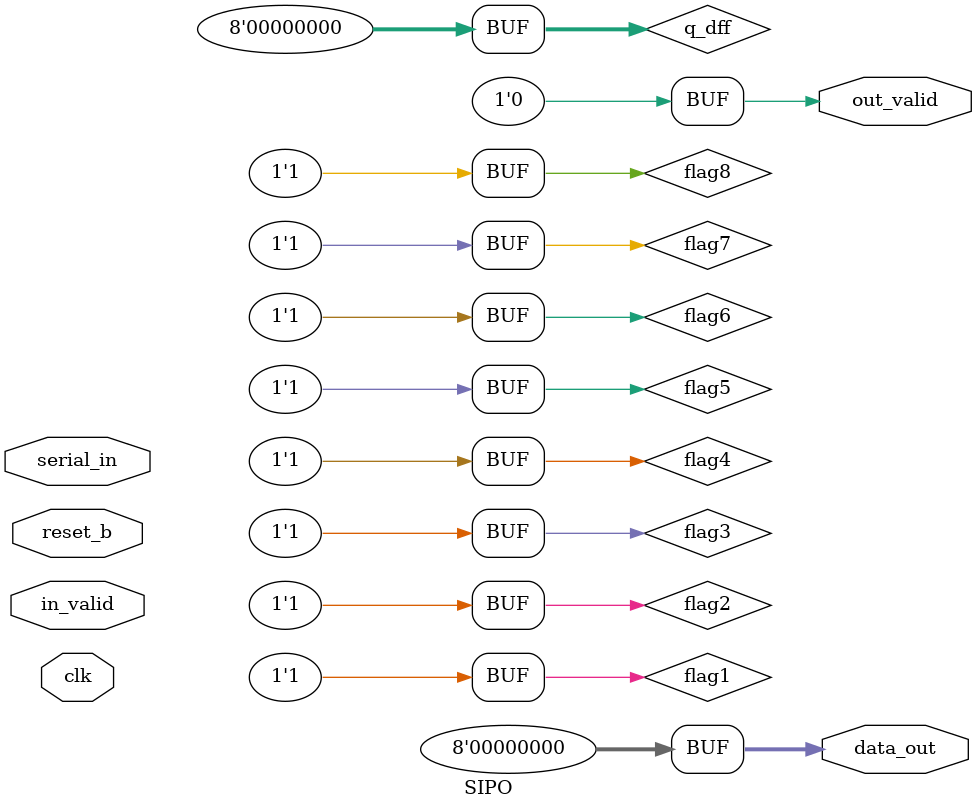
<source format=v>
/**
 * This is written by Zhiyang Ong
 * for EE577b Homework 4, Question 3
 */

// Behavioral model for the SIPO convertor
module SIPO(data_out, out_valid, serial_in, in_valid, reset_b, clk);
	
	// Output signals representing the end of the transaction
	// Output of the SIPO convertor
	output [7:0] data_out;
	/**
	 * Indicate if the data is valid at data_out
	 * out_valid = 1 when data is valid; it is ZERO otherwise
	 */
	output out_valid;
	
	
	
	// ===============================================================
	// Input signals
	// Input data bit coming in to the SIPO convertor
	input serial_in;
	// Clock signal to facilitate state transitions  
	input clk;
	// Active low reset signal to bring all outputs to ZERO
	input reset_b;
	/**
	 * Active high flag to enable data to be loaded at the positive
	 * edge of the clock
	 */
	input in_valid;
	
	
	
	
	// ===============================================================
	// Declare "wire" signals:
	//wire FSM_OUTPUT;



	
	// ===============================================================
	// Declare "reg" signals: 
	reg out_valid;					// Output signal
	reg [7:0] data_out;					// Output signal
	// Outputs of the D flip-flops in the SIPO converter
	reg [7:0] q_dff;				// Output of the D flip-flops
	// Flag to indicate if the flip-flops have their outputs set
	reg flag1;						// flag of the 1st D flip-flop
	reg flag2;						// flag of the 2nd D flip-flop
	reg flag3;						// flag of the 3rd D flip-flop
	reg flag4;						// flag of the 4th D flip-flop
	reg flag5;						// flag of the 5th D flip-flop
	reg flag6;						// flag of the 6th D flip-flop
	reg flag7;						// flag of the 7th D flip-flop						
	reg flag8;						// flag of the 8th D flip-flop						
	
		
	
	
	
	// ===============================================================
	// Definitions for the states in the SIPO convertor
	// parameter PARAM_NAME = VALUE;
	
	
	
	
	
	// ===============================================================
	// Logic for active low reset signal to reset the SIPO convertor
	always @(~reset_b)
	begin
		// When "reset_b" goes low, out_valid=0
		out_valid<=1'd0;
		// Set the output of the SIPO convertor to ZERO
		data_out<=8'd0;
		
		// Set the output of the D flip-flops to ZERO
		q_dff<=8'd0;
		
		
		// Set the flags for the flip-flops to zero
		flag1<=1'd1;
		flag2<=1'd1;
		flag3<=1'd1;
		flag4<=1'd1;
		flag5<=1'd1;
		flag6<=1'd1;
		flag7<=1'd1;
		flag8<=1'd1;
	end

	
	
	
	
	
	
	
	// ===============================================================
	// 1st D flip-flop
	always @(posedge clk)
	begin
		// If the load enable flag and reset_b are high,
		if(in_valid && reset_b &&  (~out_valid))
		begin
			if(flag1==1)
			begin
$display($time,"Process input #1",serial_in);
				q_dff[0]<=serial_in;
				flag1<=1'd0;
			end
		end
	end
	
	
	
	
	
	// ===============================================================
	// 2nd D flip-flop
	always @(posedge clk)
	begin
		// If the load enable flag and reset_b are high,
		if(in_valid && reset_b && (~out_valid))
		begin
			if((flag2==1) && (flag1==0))
			begin
$display($time,"Process input #2",serial_in);
				q_dff[1]<=serial_in;
				flag2<=1'd0;
			end
		end
	end
	
	
	
	
	
	
	// ===============================================================
	// 3rd D flip-flop
	always @(posedge clk)
	begin
		// If the load enable flag and reset_b are high,
		if(in_valid && reset_b && (~out_valid))
		begin
			if((flag3==1) && (flag2==0))
			begin
$display($time,"Process input #3",serial_in);
				q_dff[2]<=serial_in;
				flag3<=1'd0;
			end
		end
	end
	
	
	
	
	
	
	
	
	// ===============================================================
	// 4th D flip-flop
	always @(posedge clk)
	begin
		// If the load enable flag and reset_b are high,
		if(in_valid && reset_b && (~out_valid))
		begin
			if((flag4==1) && (flag3==0))
			begin
$display($time,"Process input #4",serial_in);
				q_dff[3]<=serial_in;
				flag4<=1'd0;
			end
		end
	end
	
	
	
	
	
	
	
	
	// ===============================================================
	// 5th D flip-flop
	always @(posedge clk)
	begin
		// If the load enable flag and reset_b are high,
		if(in_valid && reset_b && (~out_valid))
		begin
			if((flag5==1) && (flag4==0))
			begin
$display($time,"Process input #5",serial_in);
				q_dff[4]<=serial_in;
				flag5<=1'd0;
			end
		end
	end
	
	
	
	
	
	
	
	
	// ===============================================================
	// 6th D flip-flop
	always @(posedge clk)
	begin
		// If the load enable flag and reset_b are high,
		if(in_valid && reset_b && (~out_valid))
		begin
			if((flag6==1) && (flag5==0))
			begin
$display($time,"Process input #6",serial_in);
				q_dff[5]<=serial_in;
				flag6<=1'd0;
			end
		end
	end
	
	
	
	
	
	
	
	
	// ===============================================================
	// 7th D flip-flop
	always @(posedge clk)
	begin
		// If the load enable flag and reset_b are high,
		if(in_valid && reset_b && (~out_valid))
		begin
			if((flag7==1) && (flag6==0))
			begin
$display($time,"Process input #7",serial_in);
				q_dff[6]<=serial_in;
				flag7<=1'd0;
			end
		end
	end
	
	
	
	
	
	
	
	
	// ===============================================================
	// 8th/Final/Last D flip-flop
	always @(posedge clk)
	begin
		// If the load enable flag and reset_b are high,
		if(in_valid && reset_b && (~out_valid))
		begin
			if((flag8==1) && (flag7==0))
			begin
$display($time,"Process input #8",serial_in);
				q_dff[7]<=serial_in;
				flag8<=1'd0;
				out_valid<=1'd1;
			end
		end
		else if(out_valid)
		begin
$display($time,"Produce the output and reset data",serial_in);
			data_out<=q_dff;

			flag1<=1'd1;
			flag2<=1'd1;
			flag3<=1'd1;
			flag4<=1'd1;
			flag5<=1'd1;
			flag6<=1'd1;
			flag7<=1'd1;
			flag8<=1'd1;
			
			out_valid<=1'd0;
			q_dff<=8'd0;

		end
	end
	
	
endmodule

</source>
